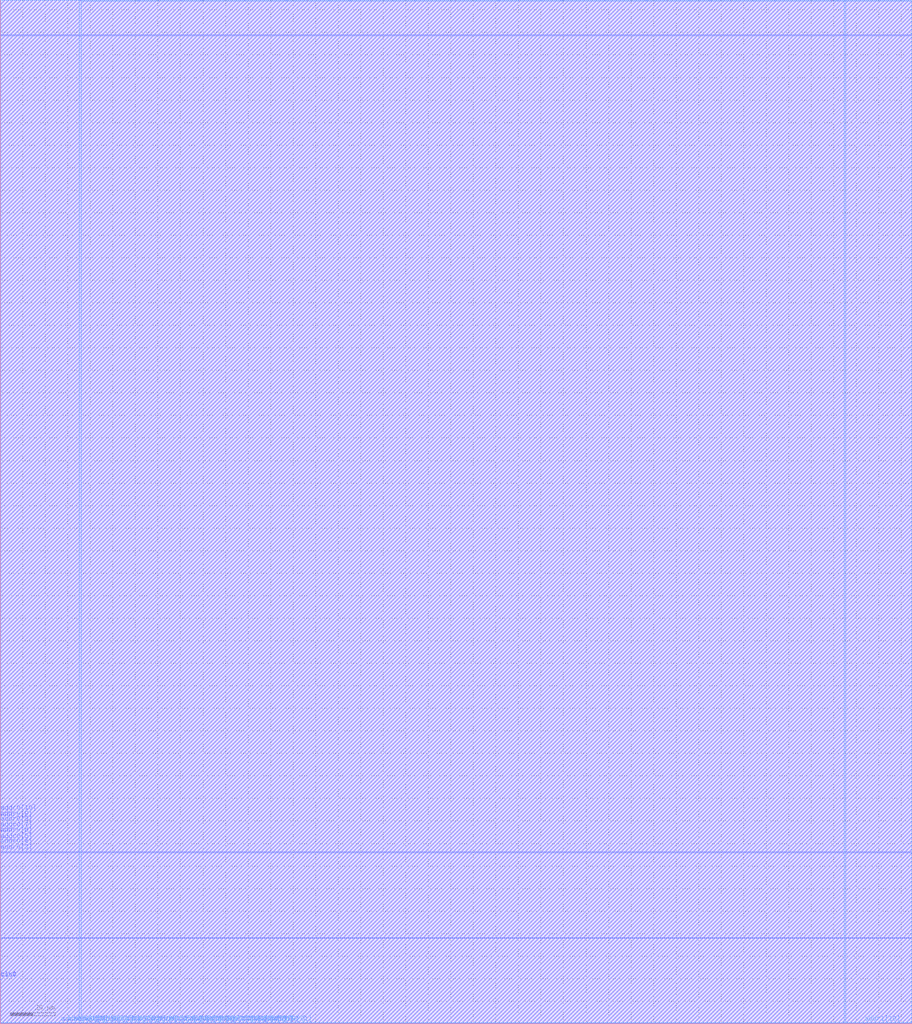
<source format=lef>
VERSION 5.4 ;
NAMESCASESENSITIVE ON ;
BUSBITCHARS "[]" ;
DIVIDERCHAR "/" ;
UNITS
  DATABASE MICRONS 2000 ;
END UNITS
MACRO sram_0rw1r1w_32_2048_freepdk45
   CLASS BLOCK ;
   SIZE 404.8 BY 454.33 ;
   SYMMETRY X Y R90 ;
   PIN din0[0]
      DIRECTION INPUT ;
      PORT
         LAYER metal4 ;
         RECT  35.425 0.0 35.565 0.14 ;
      END
   END din0[0]
   PIN din0[1]
      DIRECTION INPUT ;
      PORT
         LAYER metal4 ;
         RECT  38.285 0.0 38.425 0.14 ;
      END
   END din0[1]
   PIN din0[2]
      DIRECTION INPUT ;
      PORT
         LAYER metal4 ;
         RECT  41.145 0.0 41.285 0.14 ;
      END
   END din0[2]
   PIN din0[3]
      DIRECTION INPUT ;
      PORT
         LAYER metal4 ;
         RECT  44.005 0.0 44.145 0.14 ;
      END
   END din0[3]
   PIN din0[4]
      DIRECTION INPUT ;
      PORT
         LAYER metal4 ;
         RECT  46.865 0.0 47.005 0.14 ;
      END
   END din0[4]
   PIN din0[5]
      DIRECTION INPUT ;
      PORT
         LAYER metal4 ;
         RECT  49.725 0.0 49.865 0.14 ;
      END
   END din0[5]
   PIN din0[6]
      DIRECTION INPUT ;
      PORT
         LAYER metal4 ;
         RECT  52.585 0.0 52.725 0.14 ;
      END
   END din0[6]
   PIN din0[7]
      DIRECTION INPUT ;
      PORT
         LAYER metal4 ;
         RECT  55.445 0.0 55.585 0.14 ;
      END
   END din0[7]
   PIN din0[8]
      DIRECTION INPUT ;
      PORT
         LAYER metal4 ;
         RECT  58.305 0.0 58.445 0.14 ;
      END
   END din0[8]
   PIN din0[9]
      DIRECTION INPUT ;
      PORT
         LAYER metal4 ;
         RECT  61.165 0.0 61.305 0.14 ;
      END
   END din0[9]
   PIN din0[10]
      DIRECTION INPUT ;
      PORT
         LAYER metal4 ;
         RECT  64.025 0.0 64.165 0.14 ;
      END
   END din0[10]
   PIN din0[11]
      DIRECTION INPUT ;
      PORT
         LAYER metal4 ;
         RECT  66.885 0.0 67.025 0.14 ;
      END
   END din0[11]
   PIN din0[12]
      DIRECTION INPUT ;
      PORT
         LAYER metal4 ;
         RECT  69.745 0.0 69.885 0.14 ;
      END
   END din0[12]
   PIN din0[13]
      DIRECTION INPUT ;
      PORT
         LAYER metal4 ;
         RECT  72.605 0.0 72.745 0.14 ;
      END
   END din0[13]
   PIN din0[14]
      DIRECTION INPUT ;
      PORT
         LAYER metal4 ;
         RECT  75.465 0.0 75.605 0.14 ;
      END
   END din0[14]
   PIN din0[15]
      DIRECTION INPUT ;
      PORT
         LAYER metal4 ;
         RECT  78.325 0.0 78.465 0.14 ;
      END
   END din0[15]
   PIN din0[16]
      DIRECTION INPUT ;
      PORT
         LAYER metal4 ;
         RECT  81.185 0.0 81.325 0.14 ;
      END
   END din0[16]
   PIN din0[17]
      DIRECTION INPUT ;
      PORT
         LAYER metal4 ;
         RECT  84.045 0.0 84.185 0.14 ;
      END
   END din0[17]
   PIN din0[18]
      DIRECTION INPUT ;
      PORT
         LAYER metal4 ;
         RECT  86.905 0.0 87.045 0.14 ;
      END
   END din0[18]
   PIN din0[19]
      DIRECTION INPUT ;
      PORT
         LAYER metal4 ;
         RECT  89.765 0.0 89.905 0.14 ;
      END
   END din0[19]
   PIN din0[20]
      DIRECTION INPUT ;
      PORT
         LAYER metal4 ;
         RECT  92.625 0.0 92.765 0.14 ;
      END
   END din0[20]
   PIN din0[21]
      DIRECTION INPUT ;
      PORT
         LAYER metal4 ;
         RECT  95.485 0.0 95.625 0.14 ;
      END
   END din0[21]
   PIN din0[22]
      DIRECTION INPUT ;
      PORT
         LAYER metal4 ;
         RECT  98.345 0.0 98.485 0.14 ;
      END
   END din0[22]
   PIN din0[23]
      DIRECTION INPUT ;
      PORT
         LAYER metal4 ;
         RECT  101.205 0.0 101.345 0.14 ;
      END
   END din0[23]
   PIN din0[24]
      DIRECTION INPUT ;
      PORT
         LAYER metal4 ;
         RECT  104.065 0.0 104.205 0.14 ;
      END
   END din0[24]
   PIN din0[25]
      DIRECTION INPUT ;
      PORT
         LAYER metal4 ;
         RECT  106.925 0.0 107.065 0.14 ;
      END
   END din0[25]
   PIN din0[26]
      DIRECTION INPUT ;
      PORT
         LAYER metal4 ;
         RECT  109.785 0.0 109.925 0.14 ;
      END
   END din0[26]
   PIN din0[27]
      DIRECTION INPUT ;
      PORT
         LAYER metal4 ;
         RECT  112.645 0.0 112.785 0.14 ;
      END
   END din0[27]
   PIN din0[28]
      DIRECTION INPUT ;
      PORT
         LAYER metal4 ;
         RECT  115.505 0.0 115.645 0.14 ;
      END
   END din0[28]
   PIN din0[29]
      DIRECTION INPUT ;
      PORT
         LAYER metal4 ;
         RECT  118.365 0.0 118.505 0.14 ;
      END
   END din0[29]
   PIN din0[30]
      DIRECTION INPUT ;
      PORT
         LAYER metal4 ;
         RECT  121.225 0.0 121.365 0.14 ;
      END
   END din0[30]
   PIN din0[31]
      DIRECTION INPUT ;
      PORT
         LAYER metal4 ;
         RECT  124.085 0.0 124.225 0.14 ;
      END
   END din0[31]
   PIN addr0[0]
      DIRECTION INPUT ;
      PORT
         LAYER metal4 ;
         RECT  26.845 0.0 26.985 0.14 ;
      END
   END addr0[0]
   PIN addr0[1]
      DIRECTION INPUT ;
      PORT
         LAYER metal4 ;
         RECT  29.705 0.0 29.845 0.14 ;
      END
   END addr0[1]
   PIN addr0[2]
      DIRECTION INPUT ;
      PORT
         LAYER metal4 ;
         RECT  32.565 0.0 32.705 0.14 ;
      END
   END addr0[2]
   PIN addr0[3]
      DIRECTION INPUT ;
      PORT
         LAYER metal3 ;
         RECT  0.0 76.07 0.14 76.21 ;
      END
   END addr0[3]
   PIN addr0[4]
      DIRECTION INPUT ;
      PORT
         LAYER metal3 ;
         RECT  0.0 78.8 0.14 78.94 ;
      END
   END addr0[4]
   PIN addr0[5]
      DIRECTION INPUT ;
      PORT
         LAYER metal3 ;
         RECT  0.0 81.01 0.14 81.15 ;
      END
   END addr0[5]
   PIN addr0[6]
      DIRECTION INPUT ;
      PORT
         LAYER metal3 ;
         RECT  0.0 83.74 0.14 83.88 ;
      END
   END addr0[6]
   PIN addr0[7]
      DIRECTION INPUT ;
      PORT
         LAYER metal3 ;
         RECT  0.0 85.95 0.14 86.09 ;
      END
   END addr0[7]
   PIN addr0[8]
      DIRECTION INPUT ;
      PORT
         LAYER metal3 ;
         RECT  0.0 88.68 0.14 88.82 ;
      END
   END addr0[8]
   PIN addr0[9]
      DIRECTION INPUT ;
      PORT
         LAYER metal3 ;
         RECT  0.0 90.89 0.14 91.03 ;
      END
   END addr0[9]
   PIN addr0[10]
      DIRECTION INPUT ;
      PORT
         LAYER metal3 ;
         RECT  0.0 93.62 0.14 93.76 ;
      END
   END addr0[10]
   PIN addr1[0]
      DIRECTION INPUT ;
      PORT
         LAYER metal4 ;
         RECT  374.955 454.19 375.095 454.33 ;
      END
   END addr1[0]
   PIN addr1[1]
      DIRECTION INPUT ;
      PORT
         LAYER metal4 ;
         RECT  372.095 454.19 372.235 454.33 ;
      END
   END addr1[1]
   PIN addr1[2]
      DIRECTION INPUT ;
      PORT
         LAYER metal4 ;
         RECT  369.235 454.19 369.375 454.33 ;
      END
   END addr1[2]
   PIN addr1[3]
      DIRECTION INPUT ;
      PORT
         LAYER metal3 ;
         RECT  404.66 37.98 404.8 38.12 ;
      END
   END addr1[3]
   PIN addr1[4]
      DIRECTION INPUT ;
      PORT
         LAYER metal3 ;
         RECT  404.66 35.25 404.8 35.39 ;
      END
   END addr1[4]
   PIN addr1[5]
      DIRECTION INPUT ;
      PORT
         LAYER metal3 ;
         RECT  404.66 33.04 404.8 33.18 ;
      END
   END addr1[5]
   PIN addr1[6]
      DIRECTION INPUT ;
      PORT
         LAYER metal3 ;
         RECT  404.66 30.31 404.8 30.45 ;
      END
   END addr1[6]
   PIN addr1[7]
      DIRECTION INPUT ;
      PORT
         LAYER metal3 ;
         RECT  404.66 28.1 404.8 28.24 ;
      END
   END addr1[7]
   PIN addr1[8]
      DIRECTION INPUT ;
      PORT
         LAYER metal3 ;
         RECT  404.66 25.37 404.8 25.51 ;
      END
   END addr1[8]
   PIN addr1[9]
      DIRECTION INPUT ;
      PORT
         LAYER metal3 ;
         RECT  404.66 23.16 404.8 23.3 ;
      END
   END addr1[9]
   PIN addr1[10]
      DIRECTION INPUT ;
      PORT
         LAYER metal4 ;
         RECT  383.5325 0.0 383.6725 0.14 ;
      END
   END addr1[10]
   PIN csb0
      DIRECTION INPUT ;
      PORT
         LAYER metal3 ;
         RECT  0.0 19.52 0.14 19.66 ;
      END
   END csb0
   PIN csb1
      DIRECTION INPUT ;
      PORT
         LAYER metal3 ;
         RECT  404.66 438.72 404.8 438.86 ;
      END
   END csb1
   PIN clk0
      DIRECTION INPUT ;
      PORT
         LAYER metal3 ;
         RECT  0.0 19.755 0.14 19.895 ;
      END
   END clk0
   PIN clk1
      DIRECTION INPUT ;
      PORT
         LAYER metal3 ;
         RECT  404.66 438.485 404.8 438.625 ;
      END
   END clk1
   PIN dout1[0]
      DIRECTION OUTPUT ;
      PORT
         LAYER metal4 ;
         RECT  51.86 454.19 52.0 454.33 ;
      END
   END dout1[0]
   PIN dout1[1]
      DIRECTION OUTPUT ;
      PORT
         LAYER metal4 ;
         RECT  61.26 454.19 61.4 454.33 ;
      END
   END dout1[1]
   PIN dout1[2]
      DIRECTION OUTPUT ;
      PORT
         LAYER metal4 ;
         RECT  70.66 454.19 70.8 454.33 ;
      END
   END dout1[2]
   PIN dout1[3]
      DIRECTION OUTPUT ;
      PORT
         LAYER metal4 ;
         RECT  80.06 454.19 80.2 454.33 ;
      END
   END dout1[3]
   PIN dout1[4]
      DIRECTION OUTPUT ;
      PORT
         LAYER metal4 ;
         RECT  89.46 454.19 89.6 454.33 ;
      END
   END dout1[4]
   PIN dout1[5]
      DIRECTION OUTPUT ;
      PORT
         LAYER metal4 ;
         RECT  98.86 454.19 99.0 454.33 ;
      END
   END dout1[5]
   PIN dout1[6]
      DIRECTION OUTPUT ;
      PORT
         LAYER metal4 ;
         RECT  108.26 454.19 108.4 454.33 ;
      END
   END dout1[6]
   PIN dout1[7]
      DIRECTION OUTPUT ;
      PORT
         LAYER metal4 ;
         RECT  117.66 454.19 117.8 454.33 ;
      END
   END dout1[7]
   PIN dout1[8]
      DIRECTION OUTPUT ;
      PORT
         LAYER metal4 ;
         RECT  127.06 454.19 127.2 454.33 ;
      END
   END dout1[8]
   PIN dout1[9]
      DIRECTION OUTPUT ;
      PORT
         LAYER metal4 ;
         RECT  136.46 454.19 136.6 454.33 ;
      END
   END dout1[9]
   PIN dout1[10]
      DIRECTION OUTPUT ;
      PORT
         LAYER metal4 ;
         RECT  145.86 454.19 146.0 454.33 ;
      END
   END dout1[10]
   PIN dout1[11]
      DIRECTION OUTPUT ;
      PORT
         LAYER metal4 ;
         RECT  155.26 454.19 155.4 454.33 ;
      END
   END dout1[11]
   PIN dout1[12]
      DIRECTION OUTPUT ;
      PORT
         LAYER metal4 ;
         RECT  164.66 454.19 164.8 454.33 ;
      END
   END dout1[12]
   PIN dout1[13]
      DIRECTION OUTPUT ;
      PORT
         LAYER metal4 ;
         RECT  174.06 454.19 174.2 454.33 ;
      END
   END dout1[13]
   PIN dout1[14]
      DIRECTION OUTPUT ;
      PORT
         LAYER metal4 ;
         RECT  183.46 454.19 183.6 454.33 ;
      END
   END dout1[14]
   PIN dout1[15]
      DIRECTION OUTPUT ;
      PORT
         LAYER metal4 ;
         RECT  192.86 454.19 193.0 454.33 ;
      END
   END dout1[15]
   PIN dout1[16]
      DIRECTION OUTPUT ;
      PORT
         LAYER metal4 ;
         RECT  202.26 454.19 202.4 454.33 ;
      END
   END dout1[16]
   PIN dout1[17]
      DIRECTION OUTPUT ;
      PORT
         LAYER metal4 ;
         RECT  211.66 454.19 211.8 454.33 ;
      END
   END dout1[17]
   PIN dout1[18]
      DIRECTION OUTPUT ;
      PORT
         LAYER metal4 ;
         RECT  221.06 454.19 221.2 454.33 ;
      END
   END dout1[18]
   PIN dout1[19]
      DIRECTION OUTPUT ;
      PORT
         LAYER metal4 ;
         RECT  230.46 454.19 230.6 454.33 ;
      END
   END dout1[19]
   PIN dout1[20]
      DIRECTION OUTPUT ;
      PORT
         LAYER metal4 ;
         RECT  239.86 454.19 240.0 454.33 ;
      END
   END dout1[20]
   PIN dout1[21]
      DIRECTION OUTPUT ;
      PORT
         LAYER metal4 ;
         RECT  249.26 454.19 249.4 454.33 ;
      END
   END dout1[21]
   PIN dout1[22]
      DIRECTION OUTPUT ;
      PORT
         LAYER metal4 ;
         RECT  258.66 454.19 258.8 454.33 ;
      END
   END dout1[22]
   PIN dout1[23]
      DIRECTION OUTPUT ;
      PORT
         LAYER metal4 ;
         RECT  268.06 454.19 268.2 454.33 ;
      END
   END dout1[23]
   PIN dout1[24]
      DIRECTION OUTPUT ;
      PORT
         LAYER metal4 ;
         RECT  277.46 454.19 277.6 454.33 ;
      END
   END dout1[24]
   PIN dout1[25]
      DIRECTION OUTPUT ;
      PORT
         LAYER metal4 ;
         RECT  286.86 454.19 287.0 454.33 ;
      END
   END dout1[25]
   PIN dout1[26]
      DIRECTION OUTPUT ;
      PORT
         LAYER metal4 ;
         RECT  296.26 454.19 296.4 454.33 ;
      END
   END dout1[26]
   PIN dout1[27]
      DIRECTION OUTPUT ;
      PORT
         LAYER metal4 ;
         RECT  305.66 454.19 305.8 454.33 ;
      END
   END dout1[27]
   PIN dout1[28]
      DIRECTION OUTPUT ;
      PORT
         LAYER metal4 ;
         RECT  315.06 454.19 315.2 454.33 ;
      END
   END dout1[28]
   PIN dout1[29]
      DIRECTION OUTPUT ;
      PORT
         LAYER metal4 ;
         RECT  324.46 454.19 324.6 454.33 ;
      END
   END dout1[29]
   PIN dout1[30]
      DIRECTION OUTPUT ;
      PORT
         LAYER metal4 ;
         RECT  333.86 454.19 334.0 454.33 ;
      END
   END dout1[30]
   PIN dout1[31]
      DIRECTION OUTPUT ;
      PORT
         LAYER metal4 ;
         RECT  343.26 454.19 343.4 454.33 ;
      END
   END dout1[31]
   PIN vdd
      DIRECTION INOUT ;
      USE POWER ; 
      SHAPE ABUTMENT ; 
      PORT
      END
   END vdd
   PIN gnd
      DIRECTION INOUT ;
      USE GROUND ; 
      SHAPE ABUTMENT ; 
      PORT
      END
   END gnd
   OBS
   LAYER  metal1 ;
      RECT  0.14 0.14 404.66 454.19 ;
   LAYER  metal2 ;
      RECT  0.14 0.14 404.66 454.19 ;
   LAYER  metal3 ;
      RECT  0.28 75.93 404.66 76.35 ;
      RECT  0.14 76.35 0.28 78.66 ;
      RECT  0.14 79.08 0.28 80.87 ;
      RECT  0.14 81.29 0.28 83.6 ;
      RECT  0.14 84.02 0.28 85.81 ;
      RECT  0.14 86.23 0.28 88.54 ;
      RECT  0.14 88.96 0.28 90.75 ;
      RECT  0.14 91.17 0.28 93.48 ;
      RECT  0.14 93.9 0.28 454.19 ;
      RECT  0.28 0.14 404.52 37.84 ;
      RECT  0.28 37.84 404.52 38.26 ;
      RECT  0.28 38.26 404.52 75.93 ;
      RECT  404.52 38.26 404.66 75.93 ;
      RECT  404.52 35.53 404.66 37.84 ;
      RECT  404.52 33.32 404.66 35.11 ;
      RECT  404.52 30.59 404.66 32.9 ;
      RECT  404.52 28.38 404.66 30.17 ;
      RECT  404.52 25.65 404.66 27.96 ;
      RECT  404.52 0.14 404.66 23.02 ;
      RECT  404.52 23.44 404.66 25.23 ;
      RECT  0.14 0.14 0.28 19.38 ;
      RECT  0.28 76.35 404.52 438.58 ;
      RECT  0.28 438.58 404.52 439.0 ;
      RECT  0.28 439.0 404.52 454.19 ;
      RECT  404.52 439.0 404.66 454.19 ;
      RECT  0.14 20.035 0.28 75.93 ;
      RECT  404.52 76.35 404.66 438.345 ;
   LAYER  metal4 ;
      RECT  0.14 0.42 35.145 454.19 ;
      RECT  35.145 0.42 35.845 454.19 ;
      RECT  35.845 0.14 38.005 0.42 ;
      RECT  38.705 0.14 40.865 0.42 ;
      RECT  41.565 0.14 43.725 0.42 ;
      RECT  44.425 0.14 46.585 0.42 ;
      RECT  47.285 0.14 49.445 0.42 ;
      RECT  50.145 0.14 52.305 0.42 ;
      RECT  53.005 0.14 55.165 0.42 ;
      RECT  55.865 0.14 58.025 0.42 ;
      RECT  58.725 0.14 60.885 0.42 ;
      RECT  61.585 0.14 63.745 0.42 ;
      RECT  64.445 0.14 66.605 0.42 ;
      RECT  67.305 0.14 69.465 0.42 ;
      RECT  70.165 0.14 72.325 0.42 ;
      RECT  73.025 0.14 75.185 0.42 ;
      RECT  75.885 0.14 78.045 0.42 ;
      RECT  78.745 0.14 80.905 0.42 ;
      RECT  81.605 0.14 83.765 0.42 ;
      RECT  84.465 0.14 86.625 0.42 ;
      RECT  87.325 0.14 89.485 0.42 ;
      RECT  90.185 0.14 92.345 0.42 ;
      RECT  93.045 0.14 95.205 0.42 ;
      RECT  95.905 0.14 98.065 0.42 ;
      RECT  98.765 0.14 100.925 0.42 ;
      RECT  101.625 0.14 103.785 0.42 ;
      RECT  104.485 0.14 106.645 0.42 ;
      RECT  107.345 0.14 109.505 0.42 ;
      RECT  110.205 0.14 112.365 0.42 ;
      RECT  113.065 0.14 115.225 0.42 ;
      RECT  115.925 0.14 118.085 0.42 ;
      RECT  118.785 0.14 120.945 0.42 ;
      RECT  121.645 0.14 123.805 0.42 ;
      RECT  0.14 0.14 26.565 0.42 ;
      RECT  27.265 0.14 29.425 0.42 ;
      RECT  30.125 0.14 32.285 0.42 ;
      RECT  32.985 0.14 35.145 0.42 ;
      RECT  35.845 0.42 374.675 453.91 ;
      RECT  374.675 0.42 375.375 453.91 ;
      RECT  375.375 0.42 404.66 453.91 ;
      RECT  375.375 453.91 404.66 454.19 ;
      RECT  372.515 453.91 374.675 454.19 ;
      RECT  369.655 453.91 371.815 454.19 ;
      RECT  124.505 0.14 383.2525 0.42 ;
      RECT  383.9525 0.14 404.66 0.42 ;
      RECT  35.845 453.91 51.58 454.19 ;
      RECT  52.28 453.91 60.98 454.19 ;
      RECT  61.68 453.91 70.38 454.19 ;
      RECT  71.08 453.91 79.78 454.19 ;
      RECT  80.48 453.91 89.18 454.19 ;
      RECT  89.88 453.91 98.58 454.19 ;
      RECT  99.28 453.91 107.98 454.19 ;
      RECT  108.68 453.91 117.38 454.19 ;
      RECT  118.08 453.91 126.78 454.19 ;
      RECT  127.48 453.91 136.18 454.19 ;
      RECT  136.88 453.91 145.58 454.19 ;
      RECT  146.28 453.91 154.98 454.19 ;
      RECT  155.68 453.91 164.38 454.19 ;
      RECT  165.08 453.91 173.78 454.19 ;
      RECT  174.48 453.91 183.18 454.19 ;
      RECT  183.88 453.91 192.58 454.19 ;
      RECT  193.28 453.91 201.98 454.19 ;
      RECT  202.68 453.91 211.38 454.19 ;
      RECT  212.08 453.91 220.78 454.19 ;
      RECT  221.48 453.91 230.18 454.19 ;
      RECT  230.88 453.91 239.58 454.19 ;
      RECT  240.28 453.91 248.98 454.19 ;
      RECT  249.68 453.91 258.38 454.19 ;
      RECT  259.08 453.91 267.78 454.19 ;
      RECT  268.48 453.91 277.18 454.19 ;
      RECT  277.88 453.91 286.58 454.19 ;
      RECT  287.28 453.91 295.98 454.19 ;
      RECT  296.68 453.91 305.38 454.19 ;
      RECT  306.08 453.91 314.78 454.19 ;
      RECT  315.48 453.91 324.18 454.19 ;
      RECT  324.88 453.91 333.58 454.19 ;
      RECT  334.28 453.91 342.98 454.19 ;
      RECT  343.68 453.91 368.955 454.19 ;
   END
END    sram_0rw1r1w_32_2048_freepdk45
END    LIBRARY

</source>
